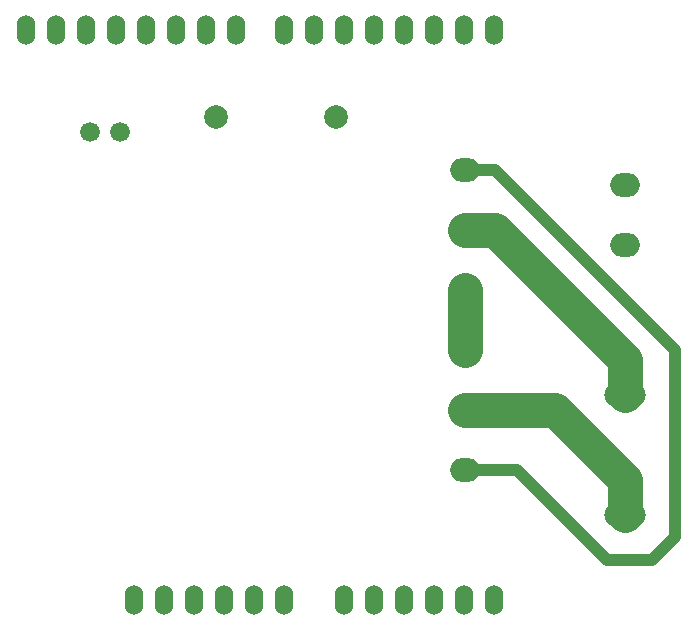
<source format=gtl>
%FSLAX34Y34*%
G04 Gerber Fmt 3.4, Leading zero omitted, Abs format*
G04 (created by PCBNEW (2013-jul-14)-product) date Don 20 Mär 2014 21:02:24 CET*
%MOIN*%
G01*
G70*
G90*
G04 APERTURE LIST*
%ADD10C,0.005906*%
%ADD11C,0.066000*%
%ADD12C,0.078700*%
%ADD13O,0.060000X0.100000*%
%ADD14O,0.098425X0.078740*%
%ADD15O,0.137795X0.078740*%
%ADD16C,0.118110*%
%ADD17C,0.040000*%
G04 APERTURE END LIST*
G54D10*
G54D11*
X37000Y-24750D03*
X36000Y-24750D03*
G54D12*
X44219Y-24250D03*
X40219Y-24250D03*
G54D13*
X49465Y-40340D03*
X48465Y-40340D03*
X47465Y-40340D03*
X44465Y-40340D03*
X45465Y-40340D03*
X46465Y-40340D03*
X42465Y-40340D03*
X41465Y-40340D03*
X40465Y-40340D03*
X38465Y-40340D03*
X37465Y-40340D03*
X49465Y-21340D03*
X48465Y-21340D03*
X47465Y-21340D03*
X46465Y-21340D03*
X45465Y-21340D03*
X44465Y-21340D03*
X43465Y-21340D03*
X42465Y-21340D03*
X40865Y-21340D03*
X39865Y-21340D03*
X38865Y-21340D03*
X37865Y-21340D03*
X36865Y-21340D03*
X35865Y-21340D03*
X34865Y-21340D03*
X33865Y-21340D03*
X39465Y-40340D03*
G54D14*
X48500Y-26000D03*
X48500Y-28000D03*
X48500Y-30000D03*
X48500Y-32000D03*
X48500Y-34000D03*
X48500Y-36000D03*
X53850Y-26500D03*
G54D15*
X53850Y-33500D03*
G54D14*
X53850Y-28500D03*
G54D15*
X53850Y-37500D03*
G54D16*
X48500Y-34000D02*
X51500Y-34000D01*
X53850Y-36350D02*
X53850Y-37500D01*
X51500Y-34000D02*
X53850Y-36350D01*
X48500Y-28000D02*
X49500Y-28000D01*
X53850Y-32350D02*
X53850Y-33500D01*
X49500Y-28000D02*
X53850Y-32350D01*
G54D17*
X48500Y-26000D02*
X49500Y-26000D01*
X49500Y-26000D02*
X55500Y-32000D01*
X55500Y-32000D02*
X55500Y-38250D01*
X55500Y-38250D02*
X54750Y-39000D01*
X54750Y-39000D02*
X53250Y-39000D01*
X53250Y-39000D02*
X50250Y-36000D01*
X50250Y-36000D02*
X48500Y-36000D01*
G54D16*
X48500Y-32000D02*
X48500Y-30000D01*
M02*

</source>
